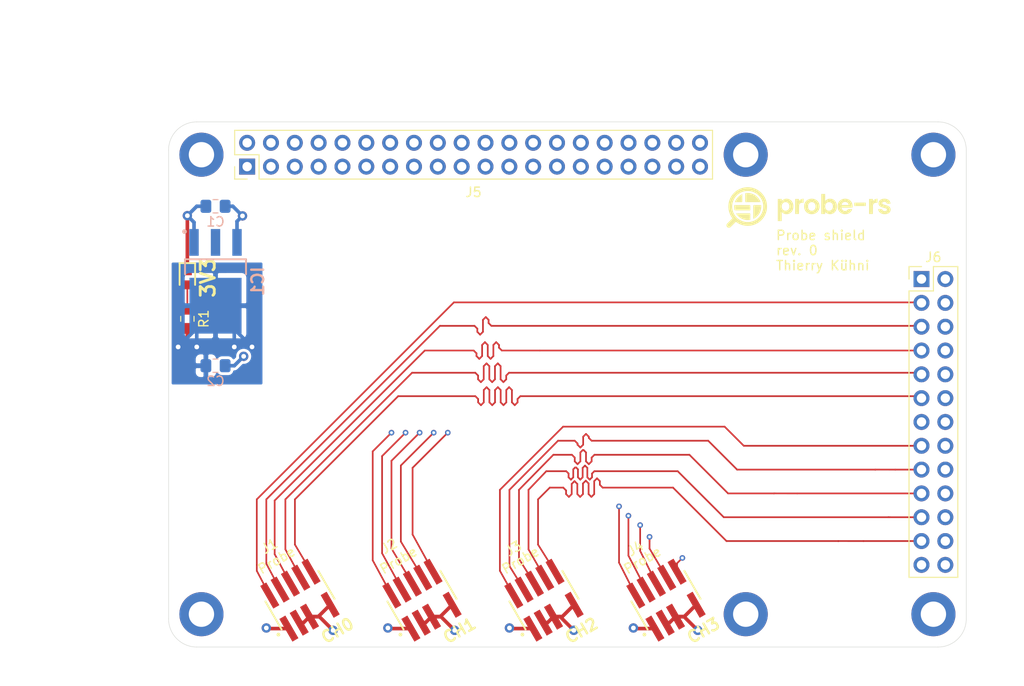
<source format=kicad_pcb>
(kicad_pcb (version 20171130) (host pcbnew "(5.1.5)-3")
  (title_block (title "probe shield") (date 2021-09-29) (rev 0) (company probe-rs))
  (layers (0 F.Cu signal) (1 GND.Cu power) (2 PWR_SIG.Cu mixed) (31 B.Cu signal) (34 B.Paste user) (35 F.Paste user) (36 B.SilkS user) (37 F.SilkS user) (38 B.Mask user) (39 F.Mask user) (44 Edge.Cuts user))
  (net 0 "")
  (net 1 +3V3)
  (net 2 +5V)
  (net 3 "Net-(IC1-Pad2)")
  (net 4 GND)
  (net 5 /RST_0)
  (net 6 /TDI|NC_0)
  (net 7 /TDO|SWO_0)
  (net 8 /TCK|SWDCLK_0)
  (net 9 /TMS|SWDIO_0)
  (net 10 /RST_1)
  (net 11 /TDI|NC_1)
  (net 12 /TDO|SWO_1)
  (net 13 /TCK|SWDCLK_1)
  (net 14 /TMS|SWDIO_1)
  (net 15 /RST_2)
  (net 16 /TDI|NC_2)
  (net 17 /TDO|SWO_2)
  (net 18 /TCK|SWDCLK_2)
  (net 19 /TMS|SWDIO_2)
  (net 20 /RST_3)
  (net 21 /TDI|NC_3)
  (net 22 /TDO|SWO_3)
  (net 23 /TCK|SWDCLK_3)
  (net 24 /TMS|SWDIO_3)
  (net 25 "Net-(LED1-Pad2)")
  (net 26 "Net-(J5-Pad40)")
  (net 27 "Net-(J5-Pad38)")
  (net 28 "Net-(J5-Pad37)")
  (net 29 "Net-(J5-Pad36)")
  (net 30 "Net-(J5-Pad35)")
  (net 31 "Net-(J5-Pad33)")
  (net 32 "Net-(J5-Pad32)")
  (net 33 "Net-(J5-Pad31)")
  (net 34 "Net-(J5-Pad29)")
  (net 35 "Net-(J5-Pad28)")
  (net 36 "Net-(J5-Pad27)")
  (net 37 "Net-(J5-Pad26)")
  (net 38 "Net-(J5-Pad24)")
  (net 39 "Net-(J5-Pad23)")
  (net 40 "Net-(J5-Pad22)")
  (net 41 "Net-(J5-Pad21)")
  (net 42 "Net-(J5-Pad19)")
  (net 43 "Net-(J5-Pad18)")
  (net 44 "Net-(J5-Pad17)")
  (net 45 "Net-(J5-Pad16)")
  (net 46 "Net-(J5-Pad15)")
  (net 47 "Net-(J5-Pad13)")
  (net 48 "Net-(J5-Pad12)")
  (net 49 "Net-(J5-Pad11)")
  (net 50 "Net-(J5-Pad10)")
  (net 51 "Net-(J5-Pad8)")
  (net 52 "Net-(J5-Pad7)")
  (net 53 "Net-(J5-Pad5)")
  (net 54 "Net-(J5-Pad3)")
  (net 55 "Net-(J5-Pad1)")
  (module hive:probe-rs-logo (layer F.Cu) (at 178.199 63.137)
    (fp_text reference G*** hide)
    (fp_text value LOGO hide)
  )
  (module hive:PinHeader_2x13_P2.54mm_Vertical_probe_shield_male (layer F.Cu) (at 190.23 70.76)
    (fp_text reference J6 (at 1.27 -2.33) (layer F.SilkS))
    (fp_text value "probe shield connector 26pin")
    (pad 26 thru_hole oval (at 2.54 30.48) (size 1.7 1.7) (drill 1) (layers *.Cu *.Mask) (net 4 GND))
    (pad 25 thru_hole oval (at 0 30.48) (size 1.7 1.7) (drill 1) (layers *.Cu *.Mask) (net 4 GND))
    (pad 24 thru_hole oval (at 2.54 27.94) (size 1.7 1.7) (drill 1) (layers *.Cu *.Mask) (net 20 /RST_3))
    (pad 23 thru_hole oval (at 0 27.94) (size 1.7 1.7) (drill 1) (layers *.Cu *.Mask) (net 15 /RST_2))
    (pad 22 thru_hole oval (at 2.54 25.4) (size 1.7 1.7) (drill 1) (layers *.Cu *.Mask) (net 21 /TDI|NC_3))
    (pad 21 thru_hole oval (at 0 25.4) (size 1.7 1.7) (drill 1) (layers *.Cu *.Mask) (net 16 /TDI|NC_2))
    (pad 20 thru_hole oval (at 2.54 22.86) (size 1.7 1.7) (drill 1) (layers *.Cu *.Mask) (net 22 /TDO|SWO_3))
    (pad 19 thru_hole oval (at 0 22.86) (size 1.7 1.7) (drill 1) (layers *.Cu *.Mask) (net 17 /TDO|SWO_2))
    (pad 18 thru_hole oval (at 2.54 20.32) (size 1.7 1.7) (drill 1) (layers *.Cu *.Mask) (net 23 /TCK|SWDCLK_3))
    (pad 17 thru_hole oval (at 0 20.32) (size 1.7 1.7) (drill 1) (layers *.Cu *.Mask) (net 18 /TCK|SWDCLK_2))
    (pad 16 thru_hole oval (at 2.54 17.78) (size 1.7 1.7) (drill 1) (layers *.Cu *.Mask) (net 24 /TMS|SWDIO_3))
    (pad 15 thru_hole oval (at 0 17.78) (size 1.7 1.7) (drill 1) (layers *.Cu *.Mask) (net 19 /TMS|SWDIO_2))
    (pad 14 thru_hole oval (at 2.54 15.24) (size 1.7 1.7) (drill 1) (layers *.Cu *.Mask) (net 4 GND))
    (pad 13 thru_hole oval (at 0 15.24) (size 1.7 1.7) (drill 1) (layers *.Cu *.Mask) (net 4 GND))
    (pad 12 thru_hole oval (at 2.54 12.7) (size 1.7 1.7) (drill 1) (layers *.Cu *.Mask) (net 10 /RST_1))
    (pad 11 thru_hole oval (at 0 12.7) (size 1.7 1.7) (drill 1) (layers *.Cu *.Mask) (net 5 /RST_0))
    (pad 10 thru_hole oval (at 2.54 10.16) (size 1.7 1.7) (drill 1) (layers *.Cu *.Mask) (net 11 /TDI|NC_1))
    (pad 9 thru_hole oval (at 0 10.16) (size 1.7 1.7) (drill 1) (layers *.Cu *.Mask) (net 6 /TDI|NC_0))
    (pad 8 thru_hole oval (at 2.54 7.62) (size 1.7 1.7) (drill 1) (layers *.Cu *.Mask) (net 12 /TDO|SWO_1))
    (pad 7 thru_hole oval (at 0 7.62) (size 1.7 1.7) (drill 1) (layers *.Cu *.Mask) (net 7 /TDO|SWO_0))
    (pad 6 thru_hole oval (at 2.54 5.08) (size 1.7 1.7) (drill 1) (layers *.Cu *.Mask) (net 13 /TCK|SWDCLK_1))
    (pad 5 thru_hole oval (at 0 5.08) (size 1.7 1.7) (drill 1) (layers *.Cu *.Mask) (net 8 /TCK|SWDCLK_0))
    (pad 4 thru_hole oval (at 2.54 2.54) (size 1.7 1.7) (drill 1) (layers *.Cu *.Mask) (net 14 /TMS|SWDIO_1))
    (pad 3 thru_hole oval (at 0 2.54) (size 1.7 1.7) (drill 1) (layers *.Cu *.Mask) (net 9 /TMS|SWDIO_0))
    (pad 2 thru_hole oval (at 2.54 0) (size 1.7 1.7) (drill 1) (layers *.Cu *.Mask) (net 4 GND))
    (pad 1 thru_hole rect (at 0 0) (size 1.7 1.7) (drill 1) (layers *.Cu *.Mask) (net 4 GND))
  )
  (module hive:PinHeader_2x20_P2.54mm_Vertical_gpio_shield (layer F.Cu) (at 118.37 58.77 90)
    (fp_text reference J5 (at -2.73 24.13) (layer F.SilkS))
    (fp_text value "GPIO shield connector 40pin")
    (pad 1 thru_hole rect (at 0 0 90) (size 1.7 1.7) (drill 1) (layers *.Cu *.Mask) (net 55 "Net-(J5-Pad1)"))
    (pad 2 thru_hole oval (at 2.54 0 90) (size 1.7 1.7) (drill 1) (layers *.Cu *.Mask) (net 2 +5V))
    (pad 3 thru_hole oval (at 0 2.54 90) (size 1.7 1.7) (drill 1) (layers *.Cu *.Mask) (net 54 "Net-(J5-Pad3)"))
    (pad 4 thru_hole oval (at 2.54 2.54 90) (size 1.7 1.7) (drill 1) (layers *.Cu *.Mask) (net 2 +5V))
    (pad 5 thru_hole oval (at 0 5.08 90) (size 1.7 1.7) (drill 1) (layers *.Cu *.Mask) (net 53 "Net-(J5-Pad5)"))
    (pad 6 thru_hole oval (at 2.54 5.08 90) (size 1.7 1.7) (drill 1) (layers *.Cu *.Mask) (net 4 GND))
    (pad 7 thru_hole oval (at 0 7.62 90) (size 1.7 1.7) (drill 1) (layers *.Cu *.Mask) (net 52 "Net-(J5-Pad7)"))
    (pad 8 thru_hole oval (at 2.54 7.62 90) (size 1.7 1.7) (drill 1) (layers *.Cu *.Mask) (net 51 "Net-(J5-Pad8)"))
    (pad 9 thru_hole oval (at 0 10.16 90) (size 1.7 1.7) (drill 1) (layers *.Cu *.Mask) (net 4 GND))
    (pad 10 thru_hole oval (at 2.54 10.16 90) (size 1.7 1.7) (drill 1) (layers *.Cu *.Mask) (net 50 "Net-(J5-Pad10)"))
    (pad 11 thru_hole oval (at 0 12.7 90) (size 1.7 1.7) (drill 1) (layers *.Cu *.Mask) (net 49 "Net-(J5-Pad11)"))
    (pad 12 thru_hole oval (at 2.54 12.7 90) (size 1.7 1.7) (drill 1) (layers *.Cu *.Mask) (net 48 "Net-(J5-Pad12)"))
    (pad 13 thru_hole oval (at 0 15.24 90) (size 1.7 1.7) (drill 1) (layers *.Cu *.Mask) (net 47 "Net-(J5-Pad13)"))
    (pad 14 thru_hole oval (at 2.54 15.24 90) (size 1.7 1.7) (drill 1) (layers *.Cu *.Mask) (net 4 GND))
    (pad 15 thru_hole oval (at 0 17.78 90) (size 1.7 1.7) (drill 1) (layers *.Cu *.Mask) (net 46 "Net-(J5-Pad15)"))
    (pad 16 thru_hole oval (at 2.54 17.78 90) (size 1.7 1.7) (drill 1) (layers *.Cu *.Mask) (net 45 "Net-(J5-Pad16)"))
    (pad 17 thru_hole oval (at 0 20.32 90) (size 1.7 1.7) (drill 1) (layers *.Cu *.Mask) (net 44 "Net-(J5-Pad17)"))
    (pad 18 thru_hole oval (at 2.54 20.32 90) (size 1.7 1.7) (drill 1) (layers *.Cu *.Mask) (net 43 "Net-(J5-Pad18)"))
    (pad 19 thru_hole oval (at 0 22.86 90) (size 1.7 1.7) (drill 1) (layers *.Cu *.Mask) (net 42 "Net-(J5-Pad19)"))
    (pad 20 thru_hole oval (at 2.54 22.86 90) (size 1.7 1.7) (drill 1) (layers *.Cu *.Mask) (net 4 GND))
    (pad 21 thru_hole oval (at 0 25.4 90) (size 1.7 1.7) (drill 1) (layers *.Cu *.Mask) (net 41 "Net-(J5-Pad21)"))
    (pad 22 thru_hole oval (at 2.54 25.4 90) (size 1.7 1.7) (drill 1) (layers *.Cu *.Mask) (net 40 "Net-(J5-Pad22)"))
    (pad 23 thru_hole oval (at 0 27.94 90) (size 1.7 1.7) (drill 1) (layers *.Cu *.Mask) (net 39 "Net-(J5-Pad23)"))
    (pad 24 thru_hole oval (at 2.54 27.94 90) (size 1.7 1.7) (drill 1) (layers *.Cu *.Mask) (net 38 "Net-(J5-Pad24)"))
    (pad 25 thru_hole oval (at 0 30.48 90) (size 1.7 1.7) (drill 1) (layers *.Cu *.Mask) (net 4 GND))
    (pad 26 thru_hole oval (at 2.54 30.48 90) (size 1.7 1.7) (drill 1) (layers *.Cu *.Mask) (net 37 "Net-(J5-Pad26)"))
    (pad 27 thru_hole oval (at 0 33.02 90) (size 1.7 1.7) (drill 1) (layers *.Cu *.Mask) (net 36 "Net-(J5-Pad27)"))
    (pad 28 thru_hole oval (at 2.54 33.02 90) (size 1.7 1.7) (drill 1) (layers *.Cu *.Mask) (net 35 "Net-(J5-Pad28)"))
    (pad 29 thru_hole oval (at 0 35.56 90) (size 1.7 1.7) (drill 1) (layers *.Cu *.Mask) (net 34 "Net-(J5-Pad29)"))
    (pad 30 thru_hole oval (at 2.54 35.56 90) (size 1.7 1.7) (drill 1) (layers *.Cu *.Mask) (net 4 GND))
    (pad 31 thru_hole oval (at 0 38.1 90) (size 1.7 1.7) (drill 1) (layers *.Cu *.Mask) (net 33 "Net-(J5-Pad31)"))
    (pad 32 thru_hole oval (at 2.54 38.1 90) (size 1.7 1.7) (drill 1) (layers *.Cu *.Mask) (net 32 "Net-(J5-Pad32)"))
    (pad 33 thru_hole oval (at 0 40.64 90) (size 1.7 1.7) (drill 1) (layers *.Cu *.Mask) (net 31 "Net-(J5-Pad33)"))
    (pad 34 thru_hole oval (at 2.54 40.64 90) (size 1.7 1.7) (drill 1) (layers *.Cu *.Mask) (net 4 GND))
    (pad 35 thru_hole oval (at 0 43.18 90) (size 1.7 1.7) (drill 1) (layers *.Cu *.Mask) (net 30 "Net-(J5-Pad35)"))
    (pad 36 thru_hole oval (at 2.54 43.18 90) (size 1.7 1.7) (drill 1) (layers *.Cu *.Mask) (net 29 "Net-(J5-Pad36)"))
    (pad 37 thru_hole oval (at 0 45.72 90) (size 1.7 1.7) (drill 1) (layers *.Cu *.Mask) (net 28 "Net-(J5-Pad37)"))
    (pad 38 thru_hole oval (at 2.54 45.72 90) (size 1.7 1.7) (drill 1) (layers *.Cu *.Mask) (net 27 "Net-(J5-Pad38)"))
    (pad 39 thru_hole oval (at 0 48.26 90) (size 1.7 1.7) (drill 1) (layers *.Cu *.Mask) (net 4 GND))
    (pad 40 thru_hole oval (at 2.54 48.26 90) (size 1.7 1.7) (drill 1) (layers *.Cu *.Mask) (net 26 "Net-(J5-Pad40)"))
  )
  (module hive:SAMTEC_FTSH-105-01-F-DV-007 (layer F.Cu) (at 137 105 30)
    (fp_text reference J2 (at -0.156089 -6.729646 30) (layer F.SilkS))
    (fp_text value "Probe Channel 1")
    (pad 10 smd rect (at 2.54 -2.035 30) (size 0.74 2.79) (layers F.Cu F.Paste F.Mask) (net 10 /RST_1))
    (pad 09 smd rect (at 2.54 2.035 30) (size 0.74 2.79) (layers F.Cu F.Paste F.Mask) (net 4 GND))
    (pad 08 smd rect (at 1.27 -2.035 30) (size 0.74 2.79) (layers F.Cu F.Paste F.Mask) (net 11 /TDI|NC_1))
    (pad 06 smd rect (at 0 -2.035 30) (size 0.74 2.79) (layers F.Cu F.Paste F.Mask) (net 12 /TDO|SWO_1))
    (pad 05 smd rect (at 0 2.035 30) (size 0.74 2.79) (layers F.Cu F.Paste F.Mask) (net 4 GND))
    (pad 04 smd rect (at -1.27 -2.035 30) (size 0.74 2.79) (layers F.Cu F.Paste F.Mask) (net 13 /TCK|SWDCLK_1))
    (pad 03 smd rect (at -1.27 2.035 30) (size 0.74 2.79) (layers F.Cu F.Paste F.Mask) (net 4 GND))
    (pad 02 smd rect (at -2.54 -2.035 30) (size 0.74 2.79) (layers F.Cu F.Paste F.Mask) (net 14 /TMS|SWDIO_1))
    (pad 01 smd rect (at -2.54 2.035 30) (size 0.74 2.79) (layers F.Cu F.Paste F.Mask) (net 1 +3V3))
  )
  (module hive:SAMTEC_FTSH-105-01-F-DV-007 (layer F.Cu) (at 163 105 30)
    (fp_text reference J4 (at -0.064583 -6.38814 30) (layer F.SilkS))
    (fp_text value "Probe Channel 3")
    (pad 10 smd rect (at 2.54 -2.035 30) (size 0.74 2.79) (layers F.Cu F.Paste F.Mask) (net 20 /RST_3))
    (pad 09 smd rect (at 2.54 2.035 30) (size 0.74 2.79) (layers F.Cu F.Paste F.Mask) (net 4 GND))
    (pad 08 smd rect (at 1.27 -2.035 30) (size 0.74 2.79) (layers F.Cu F.Paste F.Mask) (net 21 /TDI|NC_3))
    (pad 06 smd rect (at 0 -2.035 30) (size 0.74 2.79) (layers F.Cu F.Paste F.Mask) (net 22 /TDO|SWO_3))
    (pad 05 smd rect (at 0 2.035 30) (size 0.74 2.79) (layers F.Cu F.Paste F.Mask) (net 4 GND))
    (pad 04 smd rect (at -1.27 -2.035 30) (size 0.74 2.79) (layers F.Cu F.Paste F.Mask) (net 23 /TCK|SWDCLK_3))
    (pad 03 smd rect (at -1.27 2.035 30) (size 0.74 2.79) (layers F.Cu F.Paste F.Mask) (net 4 GND))
    (pad 02 smd rect (at -2.54 -2.035 30) (size 0.74 2.79) (layers F.Cu F.Paste F.Mask) (net 24 /TMS|SWDIO_3))
    (pad 01 smd rect (at -2.54 2.035 30) (size 0.74 2.79) (layers F.Cu F.Paste F.Mask) (net 1 +3V3))
  )
  (module hive:LEDC1608X80N (layer F.Cu) (at 112 70.63 270)
    (fp_text reference LED1 hide)
    (fp_text value "3.3V OK (green)" hide)
    (pad 2 smd rect (at 0.75 0) (size 0.95 0.95) (layers F.Cu F.Paste F.Mask) (net 25 "Net-(LED1-Pad2)"))
    (pad 1 smd rect (at -0.75 0) (size 0.95 0.95) (layers F.Cu F.Paste F.Mask) (net 4 GND))
  )
  (module hive:TO229P990X238-4N (layer B.Cu) (at 115 71 270)
    (fp_text reference IC1 (at 0 -4.5 90) (layer B.SilkS) (effects (font (size 1.27 1.27) (thickness 0.254)) (justify mirror)))
    (fp_text value NCP1117DT33T5G hide)
    (pad 4 smd rect (at 2.6 0 180) (size 5.55 5.95) (layers B.Cu B.Paste B.Mask) (net 1 +3V3))
    (pad 3 smd rect (at -4.15 -2.29 180) (size 1 2.85) (layers B.Cu B.Paste B.Mask) (net 2 +5V))
    (pad 2 smd rect (at -4.15 0 180) (size 1 2.85) (layers B.Cu B.Paste B.Mask) (net 3 "Net-(IC1-Pad2)"))
    (pad 1 smd rect (at -4.15 2.29 180) (size 1 2.85) (layers B.Cu B.Paste B.Mask) (net 4 GND))
  )
  (module MountingHole:MountingHole_2.7mm_M2.5_DIN965_Pad (layer F.Cu) (at 191.5 106.5)
    (fp_text reference H6 hide)
    (fp_text value MountingHole hide)
    (pad 1 thru_hole circle (at 0 0) (size 4.7 4.7) (drill 2.7) (layers *.Cu *.Mask) (net 4 GND))
  )
  (module MountingHole:MountingHole_2.7mm_M2.5_DIN965_Pad (layer F.Cu) (at 191.5 57.5)
    (fp_text reference H5 hide)
    (fp_text value MountingHole hide)
    (pad 1 thru_hole circle (at 0 0) (size 4.7 4.7) (drill 2.7) (layers *.Cu *.Mask) (net 4 GND))
  )
  (module MountingHole:MountingHole_2.7mm_M2.5_DIN965_Pad (layer F.Cu) (at 171.5 106.5)
    (fp_text reference H4 hide)
    (fp_text value MountingHole hide)
    (pad 1 thru_hole circle (at 0 0) (size 4.7 4.7) (drill 2.7) (layers *.Cu *.Mask) (net 4 GND))
  )
  (module MountingHole:MountingHole_2.7mm_M2.5_DIN965_Pad (layer F.Cu) (at 113.5 106.5)
    (fp_text reference H3 hide)
    (fp_text value MountingHole hide)
    (pad 1 thru_hole circle (at 0 0) (size 4.7 4.7) (drill 2.7) (layers *.Cu *.Mask) (net 4 GND))
  )
  (module MountingHole:MountingHole_2.7mm_M2.5_DIN965_Pad (layer F.Cu) (at 171.5 57.5)
    (fp_text reference H2 hide)
    (fp_text value MountingHole hide)
    (pad 1 thru_hole circle (at 0 0) (size 4.7 4.7) (drill 2.7) (layers *.Cu *.Mask) (net 4 GND))
  )
  (module MountingHole:MountingHole_2.7mm_M2.5_DIN965_Pad (layer F.Cu) (at 113.5 57.5)
    (fp_text reference H1 hide)
    (fp_text value MountingHole hide)
    (pad 1 thru_hole circle (at 0 0) (size 4.7 4.7) (drill 2.7) (layers *.Cu *.Mask) (net 4 GND))
  )
  (module Resistor_SMD:R_0805_2012Metric_Pad1.15x1.40mm_HandSolder (layer F.Cu) (at 112 75 90)
    (fp_text reference R1 (at 0 1.75 90) (layer F.SilkS))
    (fp_text value 195)
    (pad 2 smd roundrect (at 1.025 0 90) (size 1.15 1.4) (layers F.Cu F.Paste F.Mask) (roundrect_rratio 0.217391) (net 25 "Net-(LED1-Pad2)"))
    (pad 1 smd roundrect (at -1.025 0 90) (size 1.15 1.4) (layers F.Cu F.Paste F.Mask) (roundrect_rratio 0.217391) (net 1 +3V3))
  )
  (module Capacitor_SMD:C_0805_2012Metric_Pad1.15x1.40mm_HandSolder (layer B.Cu) (at 115 80)
    (fp_text reference C2 (at 0 1.65) (layer B.SilkS) (effects (justify mirror)))
    (fp_text value 10u)
    (pad 2 smd roundrect (at 1.025 0) (size 1.15 1.4) (layers B.Cu B.Paste B.Mask) (roundrect_rratio 0.217391) (net 4 GND))
    (pad 1 smd roundrect (at -1.025 0) (size 1.15 1.4) (layers B.Cu B.Paste B.Mask) (roundrect_rratio 0.217391) (net 1 +3V3))
  )
  (module Capacitor_SMD:C_0805_2012Metric_Pad1.15x1.40mm_HandSolder (layer B.Cu) (at 115 63)
    (fp_text reference C1 (at 0 1.65) (layer B.SilkS) (effects (justify mirror)))
    (fp_text value 10u)
    (pad 2 smd roundrect (at 1.025 0) (size 1.15 1.4) (layers B.Cu B.Paste B.Mask) (roundrect_rratio 0.217391) (net 2 +5V))
    (pad 1 smd roundrect (at -1.025 0) (size 1.15 1.4) (layers B.Cu B.Paste B.Mask) (roundrect_rratio 0.217391) (net 4 GND))
  )
  (module hive:SAMTEC_FTSH-105-01-F-DV-007 (layer F.Cu) (at 150 105 30)
    (fp_text reference J3 (at -0.064583 -6.38814 30) (layer F.SilkS))
    (fp_text value "Probe Channel 2")
    (pad 10 smd rect (at 2.54 -2.035 30) (size 0.74 2.79) (layers F.Cu F.Paste F.Mask) (net 15 /RST_2))
    (pad 09 smd rect (at 2.54 2.035 30) (size 0.74 2.79) (layers F.Cu F.Paste F.Mask) (net 4 GND))
    (pad 08 smd rect (at 1.27 -2.035 30) (size 0.74 2.79) (layers F.Cu F.Paste F.Mask) (net 16 /TDI|NC_2))
    (pad 06 smd rect (at 0 -2.035 30) (size 0.74 2.79) (layers F.Cu F.Paste F.Mask) (net 17 /TDO|SWO_2))
    (pad 05 smd rect (at 0 2.035 30) (size 0.74 2.79) (layers F.Cu F.Paste F.Mask) (net 4 GND))
    (pad 04 smd rect (at -1.27 -2.035 30) (size 0.74 2.79) (layers F.Cu F.Paste F.Mask) (net 18 /TCK|SWDCLK_2))
    (pad 03 smd rect (at -1.27 2.035 30) (size 0.74 2.79) (layers F.Cu F.Paste F.Mask) (net 4 GND))
    (pad 02 smd rect (at -2.54 -2.035 30) (size 0.74 2.79) (layers F.Cu F.Paste F.Mask) (net 19 /TMS|SWDIO_2))
    (pad 01 smd rect (at -2.54 2.035 30) (size 0.74 2.79) (layers F.Cu F.Paste F.Mask) (net 1 +3V3))
  )
  (module hive:SAMTEC_FTSH-105-01-F-DV-007 (layer F.Cu) (at 124 105 30)
    (fp_text reference J1 (at 0.060417 -6.604646 30) (layer F.SilkS))
    (fp_text value "Probe Channel 0")
    (pad 10 smd rect (at 2.54 -2.035 30) (size 0.74 2.79) (layers F.Cu F.Paste F.Mask) (net 5 /RST_0))
    (pad 09 smd rect (at 2.54 2.035 30) (size 0.74 2.79) (layers F.Cu F.Paste F.Mask) (net 4 GND))
    (pad 08 smd rect (at 1.27 -2.035 30) (size 0.74 2.79) (layers F.Cu F.Paste F.Mask) (net 6 /TDI|NC_0))
    (pad 06 smd rect (at 0 -2.035 30) (size 0.74 2.79) (layers F.Cu F.Paste F.Mask) (net 7 /TDO|SWO_0))
    (pad 05 smd rect (at 0 2.035 30) (size 0.74 2.79) (layers F.Cu F.Paste F.Mask) (net 4 GND))
    (pad 04 smd rect (at -1.27 -2.035 30) (size 0.74 2.79) (layers F.Cu F.Paste F.Mask) (net 8 /TCK|SWDCLK_0))
    (pad 03 smd rect (at -1.27 2.035 30) (size 0.74 2.79) (layers F.Cu F.Paste F.Mask) (net 4 GND))
    (pad 02 smd rect (at -2.54 -2.035 30) (size 0.74 2.79) (layers F.Cu F.Paste F.Mask) (net 9 /TMS|SWDIO_0))
    (pad 01 smd rect (at -2.54 2.035 30) (size 0.74 2.79) (layers F.Cu F.Paste F.Mask) (net 1 +3V3))
  )
  (gr_text 3V3 (at 114.191 70.63 90) (layer F.SilkS) (effects (font (size 1.5 1.5) (thickness 0.3))))
  (gr_text "Probe shield \nrev. 0\nThierry Kühni" (at 174.643 67.709) (layer F.SilkS) (effects (font (size 1 1)) (justify left)))
  (gr_text CH0 (at 128 108.25 30) (layer F.SilkS) (effects (font (size 1.2 1.2) (thickness 0.25))))
  (gr_text CH1 (at 141 108.25 30) (layer F.SilkS) (effects (font (size 1.2 1.2) (thickness 0.25))))
  (gr_text CH2 (at 154 108.25 30) (layer F.SilkS) (effects (font (size 1.2 1.2) (thickness 0.25))))
  (gr_text CH3 (at 167 108.25 30) (layer F.SilkS) (effects (font (size 1.2 1.2) (thickness 0.25))))
  (gr_text Probe (at 160.5 100.75 30) (layer F.SilkS) (effects (font (size 1 1))))
  (gr_text Probe (at 147.5 100.75 30) (layer F.SilkS) (effects (font (size 1 1))))
  (gr_text Probe (at 134.5 100.75 30) (layer F.SilkS) (effects (font (size 1 1))))
  (gr_text Probe (at 121.5 100.75 30) (layer F.SilkS) (effects (font (size 1 1))))
  (gr_line (start 113 110) (end 192 110) (layer Edge.Cuts) (width 0.05))
  (gr_line (start 110 57) (end 110 107) (layer Edge.Cuts) (width 0.05))
  (gr_line (start 195 107) (end 195 57) (layer Edge.Cuts) (width 0.05))
  (gr_line (start 192 54) (end 113 54) (layer Edge.Cuts) (width 0.05))
  (gr_arc (start 113 107) (end 110 107) (angle -90) (layer Edge.Cuts) (width 0.05))
  (gr_arc (start 192 107) (end 192 110) (angle -90) (layer Edge.Cuts) (width 0.05))
  (gr_arc (start 192 57) (end 195 57) (angle -90) (layer Edge.Cuts) (width 0.05))
  (gr_arc (start 113 57) (end 113 54) (angle -90) (layer Edge.Cuts) (width 0.05))
  (segment (start 115 73.6) (end 115 76.961) (width 0.386) (layer B.Cu) (net 1))
  (via (at 118.89 77.996) (size 1) (drill 0.5) (layers F.Cu B.Cu) (net 1))
  (segment (start 115 76.961) (end 116.035 77.996) (width 0.386) (layer B.Cu) (net 1))
  (segment (start 113.965 77.996) (end 115 76.961) (width 0.386) (layer B.Cu) (net 1))
  (via (at 111.016 78) (size 1) (drill 0.5) (layers F.Cu B.Cu) (net 1))
  (via (at 113 78) (size 1) (drill 0.5) (layers F.Cu B.Cu) (net 1))
  (segment (start 112.997313 77.997313) (end 113 78) (width 0.386) (layer B.Cu) (net 1))
  (segment (start 112.997313 77.997313) (end 113.965 77.996) (width 0.386) (layer B.Cu) (net 1))
  (segment (start 111.016 78) (end 112.997313 77.997313) (width 0.386) (layer B.Cu) (net 1))
  (via (at 117 78) (size 1) (drill 0.5) (layers F.Cu B.Cu) (net 1))
  (segment (start 117.004 77.996) (end 117 78) (width 0.386) (layer B.Cu) (net 1))
  (segment (start 117.004 77.996) (end 118.89 77.996) (width 0.386) (layer B.Cu) (net 1))
  (segment (start 116.035 77.996) (end 117.004 77.996) (width 0.386) (layer B.Cu) (net 1))
  (segment (start 113.975 78.006) (end 113.965 77.996) (width 0.386) (layer B.Cu) (net 1))
  (segment (start 113.975 80) (end 113.975 78.006) (width 0.386) (layer B.Cu) (net 1))
  (segment (start 110.998 78.018) (end 111.016 78) (width 0.386) (layer F.Cu) (net 1))
  (segment (start 112 77.016) (end 111.016 78) (width 0.386) (layer F.Cu) (net 1))
  (segment (start 112 76.025) (end 112 77.016) (width 0.386) (layer F.Cu) (net 1))
  (segment (start 115 74.106) (end 115 73.6) (width 0.386) (layer B.Cu) (net 1))
  (segment (start 118.89 77.996) (end 115 74.106) (width 0.386) (layer B.Cu) (net 1))
  (segment (start 117 75.6) (end 115 73.6) (width 0.386) (layer B.Cu) (net 1))
  (segment (start 117 78) (end 117 75.6) (width 0.386) (layer B.Cu) (net 1))
  (segment (start 113 75.6) (end 115 73.6) (width 0.386) (layer B.Cu) (net 1))
  (segment (start 113 78) (end 113 75.6) (width 0.386) (layer B.Cu) (net 1))
  (segment (start 115 74.016) (end 115 73.6) (width 0.386) (layer B.Cu) (net 1))
  (segment (start 111.016 78) (end 115 74.016) (width 0.386) (layer B.Cu) (net 1))
  (via (at 159.53 107.968) (size 1) (drill 0.5) (layers F.Cu B.Cu) (net 1))
  (segment (start 161.817795 108.032362) (end 159.594362 108.032362) (width 0.386) (layer F.Cu) (net 1))
  (segment (start 159.594362 108.032362) (end 159.53 107.968) (width 0.386) (layer F.Cu) (net 1))
  (via (at 146.322 107.968) (size 1) (drill 0.5) (layers F.Cu B.Cu) (net 1))
  (segment (start 148.817795 108.032362) (end 146.386362 108.032362) (width 0.386) (layer F.Cu) (net 1))
  (segment (start 146.386362 108.032362) (end 146.322 107.968) (width 0.386) (layer F.Cu) (net 1))
  (via (at 133.368 107.968) (size 1) (drill 0.5) (layers F.Cu B.Cu) (net 1))
  (segment (start 135.817795 108.032362) (end 133.432362 108.032362) (width 0.386) (layer F.Cu) (net 1))
  (segment (start 133.432362 108.032362) (end 133.368 107.968) (width 0.386) (layer F.Cu) (net 1))
  (via (at 120.414 107.968) (size 1) (drill 0.5) (layers F.Cu B.Cu) (net 1))
  (segment (start 122.817795 108.032362) (end 120.478362 108.032362) (width 0.386) (layer F.Cu) (net 1))
  (segment (start 120.478362 108.032362) (end 120.414 107.968) (width 0.386) (layer F.Cu) (net 1))
  (segment (start 117.29 66.85) (end 117.29 64.61) (width 0.386) (layer B.Cu) (net 2))
  (via (at 117.874 64.026) (size 1) (drill 0.5) (layers F.Cu B.Cu) (net 2))
  (segment (start 117.29 64.61) (end 117.874 64.026) (width 0.386) (layer B.Cu) (net 2))
  (segment (start 116.848 63) (end 117.874 64.026) (width 0.386) (layer B.Cu) (net 2))
  (segment (start 116.025 63) (end 116.848 63) (width 0.386) (layer B.Cu) (net 2))
  (segment (start 112.71 66.85) (end 112.71 64.71) (width 0.386) (layer B.Cu) (net 4))
  (via (at 112 64) (size 1) (drill 0.5) (layers F.Cu B.Cu) (net 4))
  (segment (start 112.71 64.71) (end 112 64) (width 0.386) (layer B.Cu) (net 4))
  (segment (start 113 63) (end 112 64) (width 0.386) (layer B.Cu) (net 4))
  (segment (start 113.975 63) (end 113 63) (width 0.386) (layer B.Cu) (net 4))
  (via (at 118 79) (size 1) (drill 0.5) (layers F.Cu B.Cu) (net 4))
  (segment (start 116.025 80) (end 117 80) (width 0.386) (layer B.Cu) (net 4))
  (segment (start 117 80) (end 118 79) (width 0.386) (layer B.Cu) (net 4))
  (segment (start 112 69.88) (end 112 64) (width 0.386) (layer F.Cu) (net 4))
  (segment (start 124.3825 107.397362) (end 125.0175 106.762362) (width 0.386) (layer F.Cu) (net 4))
  (segment (start 123.917648 107.397362) (end 124.3825 107.397362) (width 0.386) (layer F.Cu) (net 4))
  (segment (start 125.947205 106.762362) (end 127.217205 105.492362) (width 0.386) (layer F.Cu) (net 4))
  (segment (start 125.0175 106.762362) (end 125.947205 106.762362) (width 0.386) (layer F.Cu) (net 4))
  (segment (start 137.3825 107.397362) (end 138.0175 106.762362) (width 0.386) (layer F.Cu) (net 4))
  (segment (start 136.917648 107.397362) (end 137.3825 107.397362) (width 0.386) (layer F.Cu) (net 4))
  (segment (start 138.947205 106.762362) (end 140.217205 105.492362) (width 0.386) (layer F.Cu) (net 4))
  (segment (start 138.0175 106.762362) (end 138.947205 106.762362) (width 0.386) (layer F.Cu) (net 4))
  (segment (start 150.3825 107.397362) (end 151.0175 106.762362) (width 0.386) (layer F.Cu) (net 4))
  (segment (start 149.917648 107.397362) (end 150.3825 107.397362) (width 0.386) (layer F.Cu) (net 4))
  (segment (start 151.947205 106.762362) (end 153.217205 105.492362) (width 0.386) (layer F.Cu) (net 4))
  (segment (start 151.0175 106.762362) (end 151.947205 106.762362) (width 0.386) (layer F.Cu) (net 4))
  (segment (start 163.3825 107.397362) (end 164.0175 106.762362) (width 0.386) (layer F.Cu) (net 4))
  (segment (start 162.917648 107.397362) (end 163.3825 107.397362) (width 0.386) (layer F.Cu) (net 4))
  (segment (start 164.947205 106.762362) (end 166.217205 105.492362) (width 0.386) (layer F.Cu) (net 4))
  (segment (start 164.0175 106.762362) (end 164.947205 106.762362) (width 0.386) (layer F.Cu) (net 4))
  (via (at 127.526 108.222) (size 1) (drill 0.5) (layers F.Cu B.Cu) (net 4))
  (segment (start 125.0175 106.762362) (end 126.066362 106.762362) (width 0.386) (layer F.Cu) (net 4))
  (segment (start 126.066362 106.762362) (end 127.526 108.222) (width 0.386) (layer F.Cu) (net 4))
  (via (at 140.48 108.222) (size 1) (drill 0.5) (layers F.Cu B.Cu) (net 4))
  (segment (start 138.0175 106.762362) (end 139.020362 106.762362) (width 0.386) (layer F.Cu) (net 4))
  (segment (start 139.020362 106.762362) (end 140.48 108.222) (width 0.386) (layer F.Cu) (net 4))
  (via (at 153.18 108.222) (size 1) (drill 0.5) (layers F.Cu B.Cu) (net 4))
  (segment (start 151.0175 106.762362) (end 151.720362 106.762362) (width 0.386) (layer F.Cu) (net 4))
  (segment (start 151.720362 106.762362) (end 153.18 108.222) (width 0.386) (layer F.Cu) (net 4))
  (via (at 166.388 108.222) (size 1) (drill 0.5) (layers F.Cu B.Cu) (net 4))
  (segment (start 164.0175 106.762362) (end 164.928362 106.762362) (width 0.386) (layer F.Cu) (net 4))
  (segment (start 164.928362 106.762362) (end 166.388 108.222) (width 0.386) (layer F.Cu) (net 4))
  (segment (start 190.02 83.25) (end 190.23 83.46) (width 0.18) (layer F.Cu) (net 5))
  (segment (start 147.486 83.25) (end 190.02 83.25) (width 0.18) (layer F.Cu) (net 5))
  (segment (start 147.186 83.55) (end 147.486 83.25) (width 0.18) (layer F.Cu) (net 5))
  (segment (start 147.186 83.907909) (end 147.186 83.55) (width 0.18) (layer F.Cu) (net 5))
  (segment (start 146.886 84.207909) (end 147.186 83.907909) (width 0.18) (layer F.Cu) (net 5))
  (segment (start 146.586 83.907909) (end 146.886 84.207909) (width 0.18) (layer F.Cu) (net 5))
  (segment (start 146.586 82.592091) (end 146.586 83.907909) (width 0.18) (layer F.Cu) (net 5))
  (segment (start 143.586 83.907909) (end 143.586 82.592091) (width 0.18) (layer F.Cu) (net 5))
  (segment (start 143.586 82.592091) (end 143.886 82.292091) (width 0.18) (layer F.Cu) (net 5))
  (segment (start 143.286 84.207909) (end 143.586 83.907909) (width 0.18) (layer F.Cu) (net 5))
  (segment (start 123.462 99.078) (end 123.462 94.252) (width 0.18) (layer F.Cu) (net 5))
  (segment (start 125.182205 101.967638) (end 123.462 99.078) (width 0.18) (layer F.Cu) (net 5))
  (segment (start 143.886 82.292091) (end 144.186 82.592091) (width 0.18) (layer F.Cu) (net 5))
  (segment (start 142.686 83.25) (end 142.986 83.55) (width 0.18) (layer F.Cu) (net 5))
  (segment (start 145.386 82.592091) (end 145.386 83.907909) (width 0.18) (layer F.Cu) (net 5))
  (segment (start 142.986 83.55) (end 142.986 83.907909) (width 0.18) (layer F.Cu) (net 5))
  (segment (start 123.462 94.252) (end 134.464 83.25) (width 0.18) (layer F.Cu) (net 5))
  (segment (start 145.986 83.907909) (end 145.986 82.592091) (width 0.18) (layer F.Cu) (net 5))
  (segment (start 142.986 83.907909) (end 143.286 84.207909) (width 0.18) (layer F.Cu) (net 5))
  (segment (start 144.186 82.592091) (end 144.186 83.907909) (width 0.18) (layer F.Cu) (net 5))
  (segment (start 144.786 83.907909) (end 144.786 82.592091) (width 0.18) (layer F.Cu) (net 5))
  (segment (start 144.186 83.907909) (end 144.486 84.207909) (width 0.18) (layer F.Cu) (net 5))
  (segment (start 134.464 83.25) (end 142.686 83.25) (width 0.18) (layer F.Cu) (net 5))
  (segment (start 144.486 84.207909) (end 144.786 83.907909) (width 0.18) (layer F.Cu) (net 5))
  (segment (start 145.386 83.907909) (end 145.686 84.207909) (width 0.18) (layer F.Cu) (net 5))
  (segment (start 144.786 82.592091) (end 145.086 82.292091) (width 0.18) (layer F.Cu) (net 5))
  (segment (start 145.086 82.292091) (end 145.386 82.592091) (width 0.18) (layer F.Cu) (net 5))
  (segment (start 145.986 82.592091) (end 146.286 82.292091) (width 0.18) (layer F.Cu) (net 5))
  (segment (start 145.686 84.207909) (end 145.986 83.907909) (width 0.18) (layer F.Cu) (net 5))
  (segment (start 146.286 82.292091) (end 146.586 82.592091) (width 0.18) (layer F.Cu) (net 5))
  (segment (start 190.06 80.75) (end 190.23 80.92) (width 0.18) (layer F.Cu) (net 6))
  (segment (start 143.579 81.45) (end 143.579 80.05) (width 0.18) (layer F.Cu) (net 6))
  (segment (start 122.446 99.586) (end 122.446 94.252) (width 0.18) (layer F.Cu) (net 6))
  (segment (start 145.679 81.75) (end 145.979 81.45) (width 0.18) (layer F.Cu) (net 6))
  (segment (start 142.979 81.05) (end 142.979 81.45) (width 0.18) (layer F.Cu) (net 6))
  (segment (start 145.979 81.05) (end 146.279 80.75) (width 0.18) (layer F.Cu) (net 6))
  (segment (start 142.979 81.45) (end 143.279 81.75) (width 0.18) (layer F.Cu) (net 6))
  (segment (start 124.082352 102.602638) (end 122.446 99.586) (width 0.18) (layer F.Cu) (net 6))
  (segment (start 145.379 81.45) (end 145.679 81.75) (width 0.18) (layer F.Cu) (net 6))
  (segment (start 144.779 80.05) (end 145.079 79.75) (width 0.18) (layer F.Cu) (net 6))
  (segment (start 122.446 94.252) (end 135.948 80.75) (width 0.18) (layer F.Cu) (net 6))
  (segment (start 145.079 79.75) (end 145.379 80.05) (width 0.18) (layer F.Cu) (net 6))
  (segment (start 142.679 80.75) (end 142.979 81.05) (width 0.18) (layer F.Cu) (net 6))
  (segment (start 145.379 80.05) (end 145.379 81.45) (width 0.18) (layer F.Cu) (net 6))
  (segment (start 143.579 80.05) (end 143.879 79.75) (width 0.18) (layer F.Cu) (net 6))
  (segment (start 135.948 80.75) (end 142.679 80.75) (width 0.18) (layer F.Cu) (net 6))
  (segment (start 146.279 80.75) (end 190.06 80.75) (width 0.18) (layer F.Cu) (net 6))
  (segment (start 143.879 79.75) (end 144.179 80.05) (width 0.18) (layer F.Cu) (net 6))
  (segment (start 144.179 80.05) (end 144.179 81.45) (width 0.18) (layer F.Cu) (net 6))
  (segment (start 144.179 81.45) (end 144.479 81.75) (width 0.18) (layer F.Cu) (net 6))
  (segment (start 143.279 81.75) (end 143.579 81.45) (width 0.18) (layer F.Cu) (net 6))
  (segment (start 145.979 81.45) (end 145.979 81.05) (width 0.18) (layer F.Cu) (net 6))
  (segment (start 144.479 81.75) (end 144.779 81.45) (width 0.18) (layer F.Cu) (net 6))
  (segment (start 144.779 81.45) (end 144.779 80.05) (width 0.18) (layer F.Cu) (net 6))
  (segment (start 149.554083 78.38) (end 190.23 78.38) (width 0.18) (layer F.Cu) (net 7))
  (segment (start 145.509 78.38) (end 149.554083 78.38) (width 0.18) (layer F.Cu) (net 7))
  (segment (start 145.209 77.789474) (end 145.209 78.08) (width 0.18) (layer F.Cu) (net 7))
  (segment (start 144.909 77.489474) (end 145.209 77.789474) (width 0.18) (layer F.Cu) (net 7))
  (segment (start 144.609 77.789474) (end 144.909 77.489474) (width 0.18) (layer F.Cu) (net 7))
  (segment (start 145.209 78.08) (end 145.509 78.38) (width 0.18) (layer F.Cu) (net 7))
  (segment (start 144.009 78.970526) (end 144.309 79.270526) (width 0.18) (layer F.Cu) (net 7))
  (segment (start 142.509 78.38) (end 142.809 78.68) (width 0.18) (layer F.Cu) (net 7))
  (segment (start 121.303 94.379) (end 137.302 78.38) (width 0.18) (layer F.Cu) (net 7))
  (segment (start 137.302 78.38) (end 142.509 78.38) (width 0.18) (layer F.Cu) (net 7))
  (segment (start 122.9825 103.237638) (end 121.303 100.094) (width 0.18) (layer F.Cu) (net 7))
  (segment (start 144.009 77.789474) (end 144.009 78.970526) (width 0.18) (layer F.Cu) (net 7))
  (segment (start 121.303 100.094) (end 121.303 94.379) (width 0.18) (layer F.Cu) (net 7))
  (segment (start 142.809 78.68) (end 142.809 78.970526) (width 0.18) (layer F.Cu) (net 7))
  (segment (start 143.109 79.270526) (end 143.409 78.970526) (width 0.18) (layer F.Cu) (net 7))
  (segment (start 142.809 78.970526) (end 143.109 79.270526) (width 0.18) (layer F.Cu) (net 7))
  (segment (start 144.609 78.970526) (end 144.609 77.789474) (width 0.18) (layer F.Cu) (net 7))
  (segment (start 143.409 78.970526) (end 143.409 77.789474) (width 0.18) (layer F.Cu) (net 7))
  (segment (start 144.309 79.270526) (end 144.609 78.970526) (width 0.18) (layer F.Cu) (net 7))
  (segment (start 143.409 77.789474) (end 143.709 77.489474) (width 0.18) (layer F.Cu) (net 7))
  (segment (start 143.709 77.489474) (end 144.009 77.789474) (width 0.18) (layer F.Cu) (net 7))
  (segment (start 144.399 75.75) (end 190.14 75.75) (width 0.18) (layer F.Cu) (net 8))
  (segment (start 144.099 75.45) (end 144.399 75.75) (width 0.18) (layer F.Cu) (net 8))
  (segment (start 142.599 75.75) (end 142.899 76.05) (width 0.18) (layer F.Cu) (net 8))
  (segment (start 138.916 75.75) (end 142.599 75.75) (width 0.18) (layer F.Cu) (net 8))
  (segment (start 143.499 75.112348) (end 143.799 74.812348) (width 0.18) (layer F.Cu) (net 8))
  (segment (start 120.414 94.252) (end 138.916 75.75) (width 0.18) (layer F.Cu) (net 8))
  (segment (start 190.14 75.75) (end 190.23 75.84) (width 0.18) (layer F.Cu) (net 8))
  (segment (start 143.799 74.812348) (end 144.099 75.112348) (width 0.18) (layer F.Cu) (net 8))
  (segment (start 120.414 101.11) (end 120.414 94.252) (width 0.18) (layer F.Cu) (net 8))
  (segment (start 142.899 76.05) (end 142.899 76.387652) (width 0.18) (layer F.Cu) (net 8))
  (segment (start 144.099 75.112348) (end 144.099 75.45) (width 0.18) (layer F.Cu) (net 8))
  (segment (start 121.882648 103.872638) (end 120.414 101.11) (width 0.18) (layer F.Cu) (net 8))
  (segment (start 143.199 76.687652) (end 143.499 76.387652) (width 0.18) (layer F.Cu) (net 8))
  (segment (start 142.899 76.387652) (end 143.199 76.687652) (width 0.18) (layer F.Cu) (net 8))
  (segment (start 143.499 76.387652) (end 143.499 75.112348) (width 0.18) (layer F.Cu) (net 8))
  (segment (start 190.18 73.25) (end 190.23 73.3) (width 0.18) (layer F.Cu) (net 9))
  (segment (start 140.4 73.25) (end 190.18 73.25) (width 0.18) (layer F.Cu) (net 9))
  (segment (start 119.398 94.252) (end 140.4 73.25) (width 0.18) (layer F.Cu) (net 9))
  (segment (start 120.782795 104.507638) (end 119.398 101.872) (width 0.18) (layer F.Cu) (net 9))
  (segment (start 119.398 101.872) (end 119.398 94.252) (width 0.18) (layer F.Cu) (net 9))
  (via (at 139.75 87.14) (size 0.6) (drill 0.3) (layers F.Cu B.Cu) (net 10))
  (segment (start 136 98) (end 138.182205 101.967638) (width 0.18) (layer F.Cu) (net 10))
  (segment (start 139.75 87.14) (end 136 90.89) (width 0.18) (layer F.Cu) (net 10))
  (segment (start 136 90.89) (end 136 98) (width 0.18) (layer F.Cu) (net 10))
  (via (at 138.25 87.14) (size 0.6) (drill 0.3) (layers F.Cu B.Cu) (net 11))
  (segment (start 137.950001 87.439999) (end 138.25 87.14) (width 0.18) (layer F.Cu) (net 11))
  (segment (start 134.75 90.64) (end 137.950001 87.439999) (width 0.18) (layer F.Cu) (net 11))
  (segment (start 137.082352 102.602638) (end 134.75 98.75) (width 0.18) (layer F.Cu) (net 11))
  (segment (start 134.75 98.75) (end 134.75 90.64) (width 0.18) (layer F.Cu) (net 11))
  (via (at 136.75 87.14) (size 0.6) (drill 0.3) (layers F.Cu B.Cu) (net 12))
  (segment (start 136.450001 87.439999) (end 136.75 87.14) (width 0.18) (layer F.Cu) (net 12))
  (segment (start 133.75 90.14) (end 136.450001 87.439999) (width 0.18) (layer F.Cu) (net 12))
  (segment (start 135.9825 103.237638) (end 133.75 99.5) (width 0.18) (layer F.Cu) (net 12))
  (segment (start 133.75 99.5) (end 133.75 90.14) (width 0.18) (layer F.Cu) (net 12))
  (via (at 135.25 87.14) (size 0.6) (drill 0.3) (layers F.Cu B.Cu) (net 13))
  (segment (start 132.75 89.64) (end 135.25 87.14) (width 0.18) (layer F.Cu) (net 13))
  (segment (start 134.882648 103.872638) (end 132.75 100) (width 0.18) (layer F.Cu) (net 13))
  (segment (start 132.75 100) (end 132.75 89.64) (width 0.18) (layer F.Cu) (net 13))
  (via (at 133.75 87.14) (size 0.6) (drill 0.3) (layers F.Cu B.Cu) (net 14))
  (segment (start 131.75 89.14) (end 133.75 87.14) (width 0.18) (layer F.Cu) (net 14))
  (segment (start 133.782795 104.507638) (end 131.75 100.75) (width 0.18) (layer F.Cu) (net 14))
  (segment (start 131.75 100.75) (end 131.75 89.14) (width 0.18) (layer F.Cu) (net 14))
  (segment (start 181.374 98.697) (end 184.045958 98.7) (width 0.18) (layer F.Cu) (net 15))
  (segment (start 169.45 98.7) (end 181.371 98.7) (width 0.18) (layer F.Cu) (net 15))
  (segment (start 184.045958 98.7) (end 190.23 98.7) (width 0.18) (layer F.Cu) (net 15))
  (segment (start 163.75 93) (end 169.45 98.7) (width 0.18) (layer F.Cu) (net 15))
  (segment (start 155.955 92.7) (end 156.255 93) (width 0.18) (layer F.Cu) (net 15))
  (segment (start 155.955 92.309785) (end 155.955 92.7) (width 0.18) (layer F.Cu) (net 15))
  (segment (start 152.955 93.690215) (end 152.955 92.609785) (width 0.18) (layer F.Cu) (net 15))
  (segment (start 153.255 92.309785) (end 153.555 92.609785) (width 0.18) (layer F.Cu) (net 15))
  (segment (start 152.955 92.609785) (end 153.255 92.309785) (width 0.18) (layer F.Cu) (net 15))
  (segment (start 150.622 93) (end 152.055 93) (width 0.18) (layer F.Cu) (net 15))
  (segment (start 156.255 93) (end 163.75 93) (width 0.18) (layer F.Cu) (net 15))
  (segment (start 155.055 93.990215) (end 155.355 93.690215) (width 0.18) (layer F.Cu) (net 15))
  (segment (start 152.355 93.690215) (end 152.655 93.990215) (width 0.18) (layer F.Cu) (net 15))
  (segment (start 152.355 93.3) (end 152.355 93.690215) (width 0.18) (layer F.Cu) (net 15))
  (segment (start 155.355 92.309785) (end 155.655 92.009785) (width 0.18) (layer F.Cu) (net 15))
  (segment (start 149.37 99.078) (end 149.37 94.252) (width 0.18) (layer F.Cu) (net 15))
  (segment (start 152.655 93.990215) (end 152.955 93.690215) (width 0.18) (layer F.Cu) (net 15))
  (segment (start 151.182205 101.967638) (end 149.37 99.078) (width 0.18) (layer F.Cu) (net 15))
  (segment (start 149.37 94.252) (end 150.622 93) (width 0.18) (layer F.Cu) (net 15))
  (segment (start 152.055 93) (end 152.355 93.3) (width 0.18) (layer F.Cu) (net 15))
  (segment (start 153.555 92.609785) (end 153.555 93.690215) (width 0.18) (layer F.Cu) (net 15))
  (segment (start 153.555 93.690215) (end 153.855 93.990215) (width 0.18) (layer F.Cu) (net 15))
  (segment (start 181.371 98.7) (end 181.374 98.697) (width 0.18) (layer F.Cu) (net 15))
  (segment (start 153.855 93.990215) (end 154.155 93.690215) (width 0.18) (layer F.Cu) (net 15))
  (segment (start 154.155 93.690215) (end 154.155 92.559785) (width 0.18) (layer F.Cu) (net 15))
  (segment (start 154.155 92.559785) (end 154.455 92.259785) (width 0.18) (layer F.Cu) (net 15))
  (segment (start 154.455 92.259785) (end 154.755 92.559785) (width 0.18) (layer F.Cu) (net 15))
  (segment (start 155.355 93.690215) (end 155.355 92.309785) (width 0.18) (layer F.Cu) (net 15))
  (segment (start 154.755 92.559785) (end 154.755 93.690215) (width 0.18) (layer F.Cu) (net 15))
  (segment (start 154.755 93.690215) (end 155.055 93.990215) (width 0.18) (layer F.Cu) (net 15))
  (segment (start 155.655 92.009785) (end 155.955 92.309785) (width 0.18) (layer F.Cu) (net 15))
  (segment (start 186.860958 96.16) (end 190.23 96.16) (width 0.18) (layer F.Cu) (net 16))
  (segment (start 164.25 91.25) (end 169.16 96.16) (width 0.18) (layer F.Cu) (net 16))
  (segment (start 153.122 91.05) (end 153.322 90.85) (width 0.18) (layer F.Cu) (net 16))
  (segment (start 153.122 91.9) (end 153.122 91.05) (width 0.18) (layer F.Cu) (net 16))
  (segment (start 153.322 90.85) (end 153.422 90.85) (width 0.18) (layer F.Cu) (net 16))
  (segment (start 152.622 91.5) (end 152.622 91.9) (width 0.18) (layer F.Cu) (net 16))
  (segment (start 148.354 99.586) (end 148.354 93.236) (width 0.18) (layer F.Cu) (net 16))
  (segment (start 153.872 92.15) (end 154.122 91.9) (width 0.18) (layer F.Cu) (net 16))
  (segment (start 154.872 92.15) (end 155.122 91.9) (width 0.18) (layer F.Cu) (net 16))
  (segment (start 150.082352 102.602638) (end 148.354 99.586) (width 0.18) (layer F.Cu) (net 16))
  (segment (start 186.708 96.157) (end 186.860958 96.16) (width 0.18) (layer F.Cu) (net 16))
  (segment (start 154.372 90.65) (end 154.622 90.9) (width 0.18) (layer F.Cu) (net 16))
  (segment (start 169.16 96.16) (end 186.705 96.16) (width 0.18) (layer F.Cu) (net 16))
  (segment (start 152.622 91.9) (end 152.872 92.15) (width 0.18) (layer F.Cu) (net 16))
  (segment (start 150.25 91.25) (end 152.372 91.25) (width 0.18) (layer F.Cu) (net 16))
  (segment (start 155.122 91.5) (end 155.372 91.25) (width 0.18) (layer F.Cu) (net 16))
  (segment (start 148.354 93.236) (end 150.25 91.25) (width 0.18) (layer F.Cu) (net 16))
  (segment (start 154.122 91.9) (end 154.122 90.9) (width 0.18) (layer F.Cu) (net 16))
  (segment (start 186.705 96.16) (end 186.708 96.157) (width 0.18) (layer F.Cu) (net 16))
  (segment (start 152.872 92.15) (end 153.122 91.9) (width 0.18) (layer F.Cu) (net 16))
  (segment (start 155.122 91.9) (end 155.122 91.5) (width 0.18) (layer F.Cu) (net 16))
  (segment (start 155.372 91.25) (end 164.25 91.25) (width 0.18) (layer F.Cu) (net 16))
  (segment (start 153.622 91.05) (end 153.622 91.9) (width 0.18) (layer F.Cu) (net 16))
  (segment (start 152.372 91.25) (end 152.622 91.5) (width 0.18) (layer F.Cu) (net 16))
  (segment (start 153.622 91.9) (end 153.872 92.15) (width 0.18) (layer F.Cu) (net 16))
  (segment (start 154.122 90.9) (end 154.372 90.65) (width 0.18) (layer F.Cu) (net 16))
  (segment (start 154.622 90.9) (end 154.622 91.9) (width 0.18) (layer F.Cu) (net 16))
  (segment (start 153.422 90.85) (end 153.622 91.05) (width 0.18) (layer F.Cu) (net 16))
  (segment (start 154.622 91.9) (end 154.872 92.15) (width 0.18) (layer F.Cu) (net 16))
  (segment (start 174.513 93.62) (end 174.516 93.617) (width 0.18) (layer F.Cu) (net 17))
  (segment (start 169.62 93.62) (end 174.513 93.62) (width 0.18) (layer F.Cu) (net 17))
  (segment (start 165.5 89.5) (end 169.62 93.62) (width 0.18) (layer F.Cu) (net 17))
  (segment (start 155.079 89.8) (end 155.379 89.5) (width 0.18) (layer F.Cu) (net 17))
  (segment (start 155.379 89.5) (end 165.5 89.5) (width 0.18) (layer F.Cu) (net 17))
  (segment (start 155.079 90.2) (end 155.079 89.8) (width 0.18) (layer F.Cu) (net 17))
  (segment (start 154.779 90.5) (end 155.079 90.2) (width 0.18) (layer F.Cu) (net 17))
  (segment (start 154.479 90.2) (end 154.779 90.5) (width 0.18) (layer F.Cu) (net 17))
  (segment (start 154.229 89) (end 154.479 89.25) (width 0.18) (layer F.Cu) (net 17))
  (segment (start 147.338 93.236) (end 151 89.5) (width 0.18) (layer F.Cu) (net 17))
  (segment (start 174.516 93.617) (end 176.995303 93.62) (width 0.18) (layer F.Cu) (net 17))
  (segment (start 152.979 89.5) (end 153.279 89.8) (width 0.18) (layer F.Cu) (net 17))
  (segment (start 151 89.5) (end 152.979 89.5) (width 0.18) (layer F.Cu) (net 17))
  (segment (start 148.9825 103.237638) (end 147.338 100.602) (width 0.18) (layer F.Cu) (net 17))
  (segment (start 154.129 89) (end 154.229 89) (width 0.18) (layer F.Cu) (net 17))
  (segment (start 153.279 89.8) (end 153.279 90.2) (width 0.18) (layer F.Cu) (net 17))
  (segment (start 153.279 90.2) (end 153.579 90.5) (width 0.18) (layer F.Cu) (net 17))
  (segment (start 176.995303 93.62) (end 190.23 93.62) (width 0.18) (layer F.Cu) (net 17))
  (segment (start 147.338 100.602) (end 147.338 93.236) (width 0.18) (layer F.Cu) (net 17))
  (segment (start 153.879 89.25) (end 154.129 89) (width 0.18) (layer F.Cu) (net 17))
  (segment (start 154.479 89.25) (end 154.479 90.2) (width 0.18) (layer F.Cu) (net 17))
  (segment (start 153.579 90.5) (end 153.879 90.2) (width 0.18) (layer F.Cu) (net 17))
  (segment (start 153.879 90.2) (end 153.879 89.25) (width 0.18) (layer F.Cu) (net 17))
  (segment (start 170.58 91.08) (end 185.308 91.08) (width 0.18) (layer F.Cu) (net 18))
  (segment (start 167.5 88) (end 170.58 91.08) (width 0.18) (layer F.Cu) (net 18))
  (segment (start 155.078 88) (end 167.5 88) (width 0.18) (layer F.Cu) (net 18))
  (segment (start 185.311 91.077) (end 187.439743 91.08) (width 0.18) (layer F.Cu) (net 18))
  (segment (start 154.778 87.7) (end 155.078 88) (width 0.18) (layer F.Cu) (net 18))
  (segment (start 154.778 87.574749) (end 154.778 87.7) (width 0.18) (layer F.Cu) (net 18))
  (segment (start 153.578 88.3) (end 153.578 88.425251) (width 0.18) (layer F.Cu) (net 18))
  (segment (start 154.478 87.274749) (end 154.778 87.574749) (width 0.18) (layer F.Cu) (net 18))
  (segment (start 187.439743 91.08) (end 190.23 91.08) (width 0.18) (layer F.Cu) (net 18))
  (segment (start 151.5 88) (end 153.278 88) (width 0.18) (layer F.Cu) (net 18))
  (segment (start 146.322 93.236) (end 151.5 88) (width 0.18) (layer F.Cu) (net 18))
  (segment (start 147.882648 103.872638) (end 146.322 101.364) (width 0.18) (layer F.Cu) (net 18))
  (segment (start 146.322 101.364) (end 146.322 93.236) (width 0.18) (layer F.Cu) (net 18))
  (segment (start 153.278 88) (end 153.578 88.3) (width 0.18) (layer F.Cu) (net 18))
  (segment (start 153.578 88.425251) (end 153.878 88.725251) (width 0.18) (layer F.Cu) (net 18))
  (segment (start 185.308 91.08) (end 185.311 91.077) (width 0.18) (layer F.Cu) (net 18))
  (segment (start 154.178 88.425251) (end 154.178 87.574749) (width 0.18) (layer F.Cu) (net 18))
  (segment (start 153.878 88.725251) (end 154.178 88.425251) (width 0.18) (layer F.Cu) (net 18))
  (segment (start 154.178 87.574749) (end 154.478 87.274749) (width 0.18) (layer F.Cu) (net 18))
  (segment (start 171.29 88.54) (end 190.23 88.54) (width 0.18) (layer F.Cu) (net 19))
  (segment (start 146.782795 104.507638) (end 145.306 101.872) (width 0.18) (layer F.Cu) (net 19))
  (segment (start 145.306 93.236) (end 152.042 86.5) (width 0.18) (layer F.Cu) (net 19))
  (segment (start 152.042 86.5) (end 169.25 86.5) (width 0.18) (layer F.Cu) (net 19))
  (segment (start 145.306 101.872) (end 145.306 93.236) (width 0.18) (layer F.Cu) (net 19))
  (segment (start 169.25 86.5) (end 171.29 88.54) (width 0.18) (layer F.Cu) (net 19))
  (via (at 164.749998 100.5) (size 0.6) (drill 0.3) (layers F.Cu B.Cu) (net 20))
  (segment (start 164.182205 101.067793) (end 164.749998 100.5) (width 0.18) (layer F.Cu) (net 20))
  (segment (start 164.182205 101.967638) (end 164.182205 101.067793) (width 0.18) (layer F.Cu) (net 20))
  (via (at 161.25 98.25) (size 0.6) (drill 0.3) (layers F.Cu B.Cu) (net 21))
  (segment (start 161.25 98.25) (end 161.25 98.674264) (width 0.18) (layer F.Cu) (net 21))
  (segment (start 161.25 98.674264) (end 161.25 99.5) (width 0.18) (layer F.Cu) (net 21))
  (segment (start 163.082352 102.602638) (end 161.25 99.5) (width 0.18) (layer F.Cu) (net 21))
  (via (at 160.25 97) (size 0.6) (drill 0.3) (layers F.Cu B.Cu) (net 22))
  (segment (start 160.25 97) (end 160.25 99.75) (width 0.18) (layer F.Cu) (net 22))
  (segment (start 161.9825 103.237638) (end 160.25 99.75) (width 0.18) (layer F.Cu) (net 22))
  (via (at 159 96) (size 0.6) (drill 0.3) (layers F.Cu B.Cu) (net 23))
  (segment (start 159 96) (end 159 100.25) (width 0.18) (layer F.Cu) (net 23))
  (segment (start 160.882648 103.872638) (end 159 100.25) (width 0.18) (layer F.Cu) (net 23))
  (via (at 158 95) (size 0.6) (drill 0.3) (layers F.Cu B.Cu) (net 24))
  (segment (start 158 95) (end 158 101) (width 0.18) (layer F.Cu) (net 24))
  (segment (start 159.782795 104.507638) (end 158 101) (width 0.18) (layer F.Cu) (net 24))
  (segment (start 112 73.975) (end 112 71.38) (width 0.18) (layer F.Cu) (net 25))
  (zone (net 1) (net_name +3V3) (layer B.Cu) (connect_pads (clearance 0.3)) (min_thickness 0.254) (fill yes (arc_segments 32) (thermal_gap 0.508) (thermal_bridge_width 0.508))
    (polygon (pts (xy 120 82) (xy 109 82) (xy 109 69) (xy 120 69)))
  )
)
</source>
